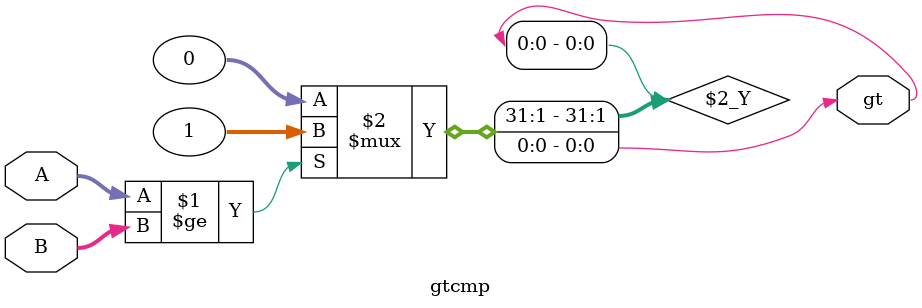
<source format=v>
`timescale 1ns / 1ps


module gtcmp(
input [3:0] A, B,
output wire gt
    );

assign gt = A >= B? 1:0;

endmodule

</source>
